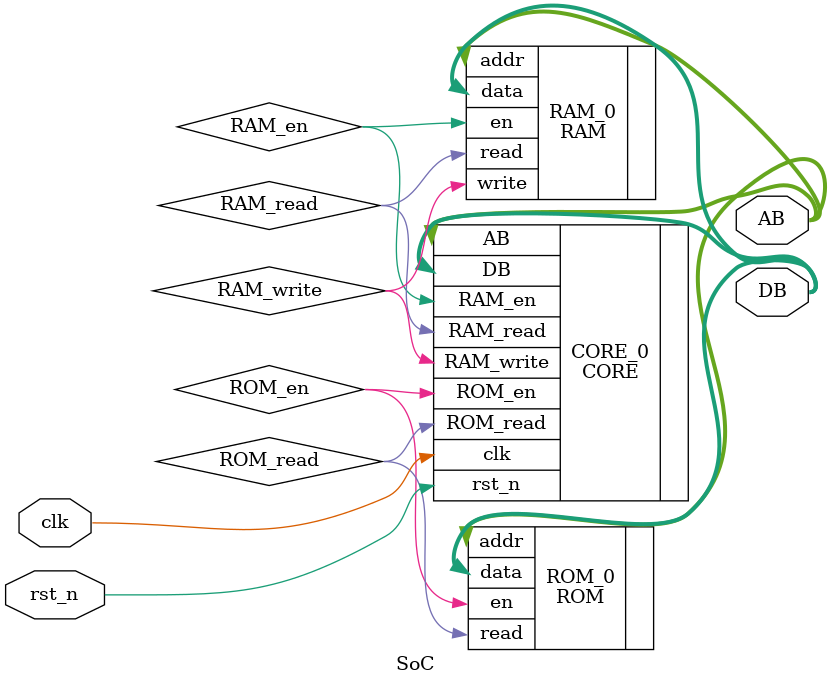
<source format=v>
`timescale 1ns / 1ps


module SoC(
    input clk,
    input rst_n,
    output [7:0]DB,
    output [7:0]AB
    );
    wire ROM_en,ROM_read,RAM_en,RAM_read,RAM_write;
    CORE CORE_0 (
        .clk (clk),
        .rst_n (rst_n),
        .DB (DB),
        .AB (AB),
        .ROM_en (ROM_en),
        .ROM_read (ROM_read),
        .RAM_en (RAM_en),
        .RAM_read (RAM_read),
        .RAM_write (RAM_write)
    );

    RAM RAM_0 (
        .read (RAM_read),
        .write (RAM_write),
        .en (RAM_en),
        .data (DB),
        .addr (AB)
    );

    ROM ROM_0 (
        .read (ROM_read),
        .en (ROM_en),
        .addr (AB),
        .data (DB)
    );

endmodule

</source>
